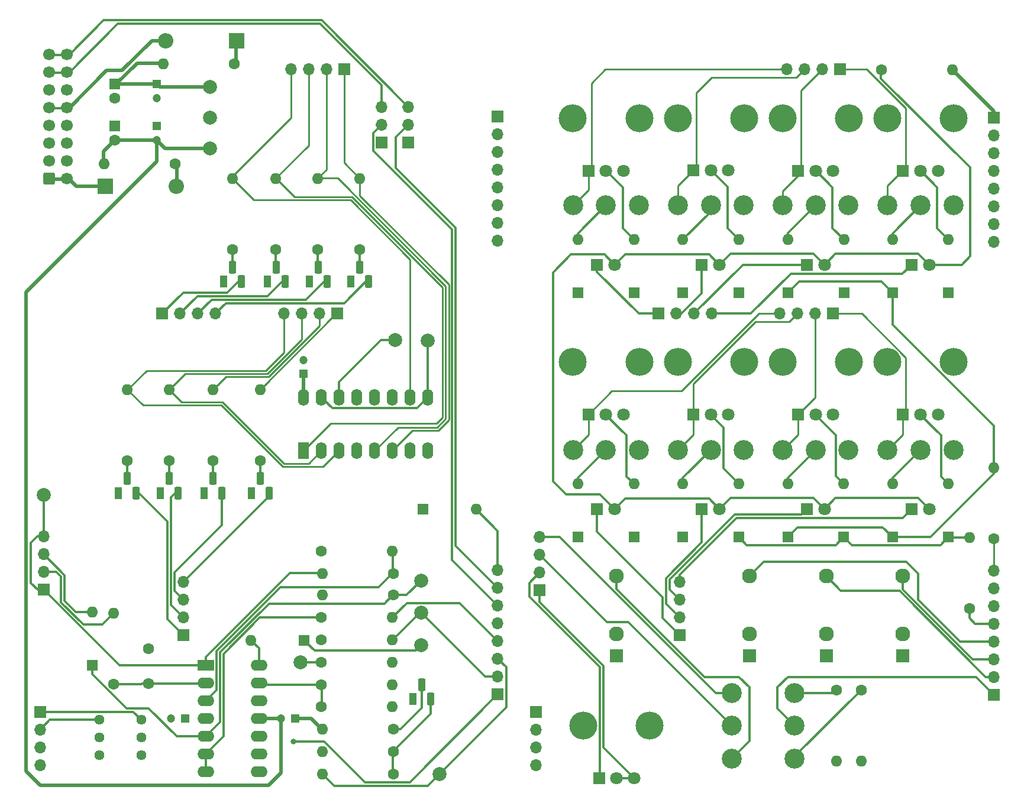
<source format=gtl>
G04 #@! TF.GenerationSoftware,KiCad,Pcbnew,8.0.2-1*
G04 #@! TF.CreationDate,2024-05-07T18:42:43+02:00*
G04 #@! TF.ProjectId,sensei,73656e73-6569-42e6-9b69-6361645f7063,rev?*
G04 #@! TF.SameCoordinates,Original*
G04 #@! TF.FileFunction,Copper,L1,Top*
G04 #@! TF.FilePolarity,Positive*
%FSLAX46Y46*%
G04 Gerber Fmt 4.6, Leading zero omitted, Abs format (unit mm)*
G04 Created by KiCad (PCBNEW 8.0.2-1) date 2024-05-07 18:42:43*
%MOMM*%
%LPD*%
G01*
G04 APERTURE LIST*
G04 Aperture macros list*
%AMRoundRect*
0 Rectangle with rounded corners*
0 $1 Rounding radius*
0 $2 $3 $4 $5 $6 $7 $8 $9 X,Y pos of 4 corners*
0 Add a 4 corners polygon primitive as box body*
4,1,4,$2,$3,$4,$5,$6,$7,$8,$9,$2,$3,0*
0 Add four circle primitives for the rounded corners*
1,1,$1+$1,$2,$3*
1,1,$1+$1,$4,$5*
1,1,$1+$1,$6,$7*
1,1,$1+$1,$8,$9*
0 Add four rect primitives between the rounded corners*
20,1,$1+$1,$2,$3,$4,$5,0*
20,1,$1+$1,$4,$5,$6,$7,0*
20,1,$1+$1,$6,$7,$8,$9,0*
20,1,$1+$1,$8,$9,$2,$3,0*%
G04 Aperture macros list end*
G04 #@! TA.AperFunction,ComponentPad*
%ADD10R,1.100000X1.800000*%
G04 #@! TD*
G04 #@! TA.AperFunction,ComponentPad*
%ADD11RoundRect,0.275000X-0.275000X-0.625000X0.275000X-0.625000X0.275000X0.625000X-0.275000X0.625000X0*%
G04 #@! TD*
G04 #@! TA.AperFunction,ComponentPad*
%ADD12R,1.700000X1.700000*%
G04 #@! TD*
G04 #@! TA.AperFunction,ComponentPad*
%ADD13O,1.700000X1.700000*%
G04 #@! TD*
G04 #@! TA.AperFunction,ComponentPad*
%ADD14R,1.800000X1.800000*%
G04 #@! TD*
G04 #@! TA.AperFunction,ComponentPad*
%ADD15C,1.800000*%
G04 #@! TD*
G04 #@! TA.AperFunction,ComponentPad*
%ADD16C,1.600000*%
G04 #@! TD*
G04 #@! TA.AperFunction,ComponentPad*
%ADD17O,1.600000X1.600000*%
G04 #@! TD*
G04 #@! TA.AperFunction,ComponentPad*
%ADD18R,1.930000X1.830000*%
G04 #@! TD*
G04 #@! TA.AperFunction,ComponentPad*
%ADD19C,2.130000*%
G04 #@! TD*
G04 #@! TA.AperFunction,ComponentPad*
%ADD20C,2.850000*%
G04 #@! TD*
G04 #@! TA.AperFunction,ComponentPad*
%ADD21O,4.000000X4.000000*%
G04 #@! TD*
G04 #@! TA.AperFunction,ComponentPad*
%ADD22R,2.200000X2.200000*%
G04 #@! TD*
G04 #@! TA.AperFunction,ComponentPad*
%ADD23O,2.200000X2.200000*%
G04 #@! TD*
G04 #@! TA.AperFunction,ComponentPad*
%ADD24R,1.600000X1.600000*%
G04 #@! TD*
G04 #@! TA.AperFunction,ComponentPad*
%ADD25C,2.000000*%
G04 #@! TD*
G04 #@! TA.AperFunction,ComponentPad*
%ADD26R,1.600000X2.400000*%
G04 #@! TD*
G04 #@! TA.AperFunction,ComponentPad*
%ADD27O,1.600000X2.400000*%
G04 #@! TD*
G04 #@! TA.AperFunction,ComponentPad*
%ADD28R,2.400000X1.600000*%
G04 #@! TD*
G04 #@! TA.AperFunction,ComponentPad*
%ADD29O,2.400000X1.600000*%
G04 #@! TD*
G04 #@! TA.AperFunction,ComponentPad*
%ADD30R,1.200000X1.200000*%
G04 #@! TD*
G04 #@! TA.AperFunction,ComponentPad*
%ADD31C,1.200000*%
G04 #@! TD*
G04 #@! TA.AperFunction,ComponentPad*
%ADD32C,1.440000*%
G04 #@! TD*
G04 #@! TA.AperFunction,ComponentPad*
%ADD33RoundRect,0.250000X-0.600000X-0.600000X0.600000X-0.600000X0.600000X0.600000X-0.600000X0.600000X0*%
G04 #@! TD*
G04 #@! TA.AperFunction,ComponentPad*
%ADD34C,1.700000*%
G04 #@! TD*
G04 #@! TA.AperFunction,ViaPad*
%ADD35C,0.800000*%
G04 #@! TD*
G04 #@! TA.AperFunction,Conductor*
%ADD36C,0.500000*%
G04 #@! TD*
G04 #@! TA.AperFunction,Conductor*
%ADD37C,0.300000*%
G04 #@! TD*
G04 #@! TA.AperFunction,Conductor*
%ADD38C,0.250000*%
G04 #@! TD*
G04 APERTURE END LIST*
D10*
X97000000Y-88400000D03*
D11*
X98270000Y-86330000D03*
X99540000Y-88400000D03*
D10*
X91000000Y-88400000D03*
D11*
X92270000Y-86330000D03*
X93540000Y-88400000D03*
D10*
X85000000Y-88400000D03*
D11*
X86270000Y-86330000D03*
X87540000Y-88400000D03*
D10*
X78730000Y-88400000D03*
D11*
X80000000Y-86330000D03*
X81270000Y-88400000D03*
D10*
X82730000Y-118670000D03*
D11*
X84000000Y-116600000D03*
X85270000Y-118670000D03*
D10*
X76000000Y-118670000D03*
D11*
X77270000Y-116600000D03*
X78540000Y-118670000D03*
D10*
X69730000Y-118670000D03*
D11*
X71000000Y-116600000D03*
X72270000Y-118670000D03*
D10*
X63730000Y-118670000D03*
D11*
X65000000Y-116600000D03*
X66270000Y-118670000D03*
D10*
X105860000Y-148200000D03*
D11*
X107130000Y-146130000D03*
X108400000Y-148200000D03*
D12*
X52500000Y-150000000D03*
D13*
X52500000Y-152540000D03*
X52500000Y-155080000D03*
X52500000Y-157620000D03*
D12*
X123500000Y-150000000D03*
D13*
X123500000Y-152540000D03*
X123500000Y-155080000D03*
X123500000Y-157620000D03*
D12*
X96000000Y-58000000D03*
D13*
X93460000Y-58000000D03*
X90920000Y-58000000D03*
X88380000Y-58000000D03*
D14*
X162210000Y-86000000D03*
D15*
X164750000Y-86000000D03*
D16*
X77250000Y-114030000D03*
D17*
X77250000Y-103870000D03*
D14*
X132210000Y-86000000D03*
D15*
X134750000Y-86000000D03*
D18*
X154000000Y-142000000D03*
D19*
X154000000Y-130600000D03*
X154000000Y-138900000D03*
D16*
X103030000Y-152500000D03*
D17*
X92870000Y-152500000D03*
D20*
X173800000Y-112500000D03*
X178500000Y-112500000D03*
X183200000Y-112500000D03*
D21*
X173750000Y-65025000D03*
X183250000Y-65025000D03*
D14*
X176000000Y-72525000D03*
D15*
X178500000Y-72525000D03*
X181000000Y-72525000D03*
D22*
X80610000Y-53940000D03*
D23*
X70450000Y-53940000D03*
D16*
X103030000Y-158900000D03*
D17*
X92870000Y-158900000D03*
D24*
X152500000Y-125000000D03*
D17*
X152500000Y-117380000D03*
D25*
X76800000Y-69340000D03*
D21*
X173750000Y-99925000D03*
X183250000Y-99925000D03*
D14*
X176000000Y-107425000D03*
D15*
X178500000Y-107425000D03*
X181000000Y-107425000D03*
D20*
X128800000Y-77500000D03*
X133500000Y-77500000D03*
X138200000Y-77500000D03*
D21*
X158750000Y-65025000D03*
X168250000Y-65025000D03*
D14*
X161000000Y-72525000D03*
D15*
X163500000Y-72525000D03*
X166000000Y-72525000D03*
D24*
X60000000Y-143310000D03*
D17*
X60000000Y-135690000D03*
D18*
X135000000Y-142000000D03*
D19*
X135000000Y-130600000D03*
X135000000Y-138900000D03*
D25*
X76800000Y-64940000D03*
D14*
X162210000Y-121000000D03*
D15*
X164750000Y-121000000D03*
D16*
X92770000Y-127000000D03*
D17*
X102930000Y-127000000D03*
D25*
X107000000Y-135800000D03*
D20*
X151500000Y-156700000D03*
X151500000Y-152000000D03*
X151500000Y-147300000D03*
D16*
X71000000Y-114030000D03*
D17*
X71000000Y-103870000D03*
D18*
X176000000Y-142000000D03*
D19*
X176000000Y-130600000D03*
X176000000Y-138900000D03*
D24*
X129500000Y-125000000D03*
D17*
X129500000Y-117380000D03*
D21*
X130250000Y-152000000D03*
X139750000Y-152000000D03*
D14*
X132500000Y-159500000D03*
D15*
X135000000Y-159500000D03*
X137500000Y-159500000D03*
D14*
X177210000Y-121000000D03*
D15*
X179750000Y-121000000D03*
D24*
X174500000Y-90000000D03*
D17*
X174500000Y-82380000D03*
D12*
X73000000Y-139000000D03*
D13*
X73000000Y-136460000D03*
X73000000Y-133920000D03*
X73000000Y-131380000D03*
D20*
X158800000Y-112500000D03*
X163500000Y-112500000D03*
X168200000Y-112500000D03*
D24*
X137500000Y-90000000D03*
D17*
X137500000Y-82380000D03*
D16*
X103030000Y-155700000D03*
D17*
X92870000Y-155700000D03*
D14*
X147210000Y-121000000D03*
D15*
X149750000Y-121000000D03*
D24*
X182500000Y-125000000D03*
D17*
X182500000Y-117380000D03*
D16*
X98250000Y-83830000D03*
D17*
X98250000Y-73670000D03*
D14*
X132210000Y-121000000D03*
D15*
X134750000Y-121000000D03*
D24*
X159540000Y-90000000D03*
D17*
X159540000Y-82380000D03*
D20*
X143800000Y-112500000D03*
X148500000Y-112500000D03*
X153200000Y-112500000D03*
D16*
X185500000Y-135230000D03*
D17*
X185500000Y-125070000D03*
D22*
X61850000Y-74740000D03*
D23*
X72010000Y-74740000D03*
D24*
X90310000Y-139750000D03*
D17*
X82690000Y-139750000D03*
D21*
X158750000Y-99925000D03*
X168250000Y-99925000D03*
D14*
X161000000Y-107425000D03*
D15*
X163500000Y-107425000D03*
X166000000Y-107425000D03*
D24*
X137500000Y-125000000D03*
D17*
X137500000Y-117380000D03*
D25*
X107000000Y-140500000D03*
D12*
X95000000Y-93000000D03*
D13*
X92460000Y-93000000D03*
X89920000Y-93000000D03*
X87380000Y-93000000D03*
D24*
X174500000Y-125000000D03*
D17*
X174500000Y-117380000D03*
D16*
X189000000Y-125210000D03*
D17*
X189000000Y-115050000D03*
D25*
X53000000Y-119000000D03*
D24*
X159500000Y-125000000D03*
D17*
X159500000Y-117380000D03*
D16*
X103030000Y-130200000D03*
D17*
X92870000Y-130200000D03*
D14*
X147210000Y-86000000D03*
D15*
X149750000Y-86000000D03*
D24*
X152500000Y-90000000D03*
D17*
X152500000Y-82380000D03*
D16*
X80000000Y-83830000D03*
D17*
X80000000Y-73670000D03*
D24*
X144500000Y-125000000D03*
D17*
X144500000Y-117380000D03*
D25*
X76800000Y-60540000D03*
D24*
X167525000Y-125000000D03*
D17*
X167525000Y-117380000D03*
D16*
X166500000Y-146890000D03*
D17*
X166500000Y-157050000D03*
D12*
X70000000Y-93000000D03*
D13*
X72540000Y-93000000D03*
X75080000Y-93000000D03*
X77620000Y-93000000D03*
D16*
X92770000Y-139700000D03*
D17*
X102930000Y-139700000D03*
D25*
X107000000Y-131200000D03*
D20*
X143800000Y-77500000D03*
X148500000Y-77500000D03*
X153200000Y-77500000D03*
D24*
X107280000Y-121000000D03*
D17*
X114900000Y-121000000D03*
D16*
X84000000Y-114030000D03*
D17*
X84000000Y-103870000D03*
D16*
X92770000Y-149300000D03*
D17*
X102930000Y-149300000D03*
D16*
X71790000Y-71540000D03*
D17*
X61630000Y-71540000D03*
D25*
X109700000Y-158900000D03*
D16*
X63050000Y-146030000D03*
D17*
X63050000Y-135870000D03*
D24*
X129500000Y-90000000D03*
D17*
X129500000Y-82380000D03*
D24*
X167540000Y-90000000D03*
D17*
X167540000Y-82380000D03*
D25*
X103300000Y-96800000D03*
D24*
X182500000Y-90000000D03*
D17*
X182500000Y-82380000D03*
D16*
X80290000Y-57200000D03*
D17*
X70130000Y-57200000D03*
D16*
X92770000Y-142900000D03*
D17*
X102930000Y-142900000D03*
D21*
X143750000Y-65000000D03*
X153250000Y-65000000D03*
D14*
X146000000Y-72500000D03*
D15*
X148500000Y-72500000D03*
X151000000Y-72500000D03*
D26*
X90220000Y-112620000D03*
D27*
X92760000Y-112620000D03*
X95300000Y-112620000D03*
X97840000Y-112620000D03*
X100380000Y-112620000D03*
X102920000Y-112620000D03*
X105460000Y-112620000D03*
X108000000Y-112620000D03*
X108000000Y-105000000D03*
X105460000Y-105000000D03*
X102920000Y-105000000D03*
X100380000Y-105000000D03*
X97840000Y-105000000D03*
X95300000Y-105000000D03*
X92760000Y-105000000D03*
X90220000Y-105000000D03*
D16*
X103030000Y-133300000D03*
D17*
X92870000Y-133300000D03*
D21*
X143750000Y-99925000D03*
X153250000Y-99925000D03*
D14*
X146000000Y-107425000D03*
D15*
X148500000Y-107425000D03*
X151000000Y-107425000D03*
D12*
X118000000Y-147500000D03*
D13*
X118000000Y-144960000D03*
X118000000Y-142420000D03*
X118000000Y-139880000D03*
X118000000Y-137340000D03*
X118000000Y-134800000D03*
X118000000Y-132260000D03*
X118000000Y-129720000D03*
D20*
X160500000Y-156700000D03*
X160500000Y-152000000D03*
X160500000Y-147300000D03*
D14*
X177210000Y-86000000D03*
D15*
X179750000Y-86000000D03*
D20*
X173800000Y-77500000D03*
X178500000Y-77500000D03*
X183200000Y-77500000D03*
D16*
X92770000Y-136500000D03*
D17*
X102930000Y-136500000D03*
D25*
X89800000Y-142900000D03*
D21*
X128750000Y-99925000D03*
X138250000Y-99925000D03*
D14*
X131000000Y-107425000D03*
D15*
X133500000Y-107425000D03*
X136000000Y-107425000D03*
D16*
X170000000Y-146890000D03*
D17*
X170000000Y-157050000D03*
D16*
X86200000Y-83830000D03*
D17*
X86200000Y-73670000D03*
D16*
X65000000Y-114030000D03*
D17*
X65000000Y-103870000D03*
D20*
X158800000Y-77500000D03*
X163500000Y-77500000D03*
X168200000Y-77500000D03*
D12*
X118000000Y-64800000D03*
D13*
X118000000Y-67340000D03*
X118000000Y-69880000D03*
X118000000Y-72420000D03*
X118000000Y-74960000D03*
X118000000Y-77500000D03*
X118000000Y-80040000D03*
X118000000Y-82580000D03*
D24*
X144500000Y-90000000D03*
D17*
X144500000Y-82380000D03*
D16*
X172890000Y-58100000D03*
D17*
X183050000Y-58100000D03*
D16*
X92250000Y-83830000D03*
D17*
X92250000Y-73670000D03*
D21*
X128750000Y-65025000D03*
X138250000Y-65025000D03*
D14*
X131000000Y-72525000D03*
D15*
X133500000Y-72525000D03*
X136000000Y-72525000D03*
D20*
X128800000Y-112500000D03*
X133500000Y-112500000D03*
X138200000Y-112500000D03*
D12*
X53000000Y-132540000D03*
D13*
X53000000Y-130000000D03*
X53000000Y-127460000D03*
X53000000Y-124920000D03*
D16*
X92770000Y-146100000D03*
D17*
X102930000Y-146100000D03*
D18*
X165000000Y-142000000D03*
D19*
X165000000Y-130600000D03*
X165000000Y-138900000D03*
D25*
X108000000Y-96900000D03*
D28*
X76200000Y-143375000D03*
D29*
X76200000Y-145915000D03*
X76200000Y-148455000D03*
X76200000Y-150995000D03*
X76200000Y-153535000D03*
X76200000Y-156075000D03*
X76200000Y-158615000D03*
X83820000Y-158615000D03*
X83820000Y-156075000D03*
X83820000Y-153535000D03*
X83820000Y-150995000D03*
X83820000Y-148455000D03*
X83820000Y-145915000D03*
X83820000Y-143375000D03*
D16*
X68000000Y-140955000D03*
X68000000Y-145955000D03*
D12*
X166000000Y-93000000D03*
D13*
X163460000Y-93000000D03*
X160920000Y-93000000D03*
X158380000Y-93000000D03*
D12*
X124000000Y-132620000D03*
D13*
X124000000Y-130080000D03*
X124000000Y-127540000D03*
X124000000Y-125000000D03*
D12*
X144000000Y-139000000D03*
D13*
X144000000Y-136460000D03*
X144000000Y-133920000D03*
X144000000Y-131380000D03*
D30*
X90220000Y-101620000D03*
D31*
X90220000Y-99620000D03*
D30*
X88972600Y-151000000D03*
D31*
X86972600Y-151000000D03*
D12*
X167000000Y-58000000D03*
D13*
X164460000Y-58000000D03*
X161920000Y-58000000D03*
X159380000Y-58000000D03*
D12*
X141000000Y-93000000D03*
D13*
X143540000Y-93000000D03*
X146080000Y-93000000D03*
X148620000Y-93000000D03*
D32*
X67000000Y-151160000D03*
X67000000Y-153700000D03*
X67000000Y-156240000D03*
D12*
X189000000Y-64920000D03*
D13*
X189000000Y-67460000D03*
X189000000Y-70000000D03*
X189000000Y-72540000D03*
X189000000Y-75080000D03*
X189000000Y-77620000D03*
X189000000Y-80160000D03*
X189000000Y-82700000D03*
D12*
X105200000Y-68480000D03*
D13*
X105200000Y-65940000D03*
X105200000Y-63400000D03*
D12*
X189000000Y-147540000D03*
D13*
X189000000Y-145000000D03*
X189000000Y-142460000D03*
X189000000Y-139920000D03*
X189000000Y-137380000D03*
X189000000Y-134840000D03*
X189000000Y-132300000D03*
X189000000Y-129760000D03*
D33*
X53800000Y-73680000D03*
D34*
X56340000Y-73680000D03*
X53800000Y-71140000D03*
X56340000Y-71140000D03*
X53800000Y-68600000D03*
X56340000Y-68600000D03*
X53800000Y-66060000D03*
X56340000Y-66060000D03*
X53800000Y-63520000D03*
X56340000Y-63520000D03*
X53800000Y-60980000D03*
X56340000Y-60980000D03*
X53800000Y-58440000D03*
X56340000Y-58440000D03*
X53800000Y-55900000D03*
X56340000Y-55900000D03*
D32*
X61000000Y-151160000D03*
X61000000Y-153700000D03*
X61000000Y-156240000D03*
D30*
X73250000Y-151000000D03*
D31*
X71250000Y-151000000D03*
D12*
X101400000Y-68460000D03*
D13*
X101400000Y-65920000D03*
X101400000Y-63380000D03*
D24*
X63200000Y-60140000D03*
D16*
X63200000Y-62140000D03*
D24*
X63200000Y-66140000D03*
D16*
X63200000Y-68140000D03*
D30*
X69200000Y-66140000D03*
D31*
X69200000Y-68140000D03*
D30*
X69200000Y-60140000D03*
D31*
X69200000Y-62140000D03*
D35*
X88750000Y-154250000D03*
D36*
X91320000Y-151000000D02*
X92820000Y-152500000D01*
X88972600Y-151000000D02*
X91320000Y-151000000D01*
D37*
X68000000Y-145955000D02*
X76160000Y-145955000D01*
X67045000Y-145955000D02*
X66970000Y-146030000D01*
X66970000Y-146030000D02*
X63050000Y-146030000D01*
X68000000Y-145955000D02*
X67045000Y-145955000D01*
X76160000Y-145955000D02*
X76200000Y-145915000D01*
D36*
X66360000Y-57140000D02*
X63360000Y-60140000D01*
X69600000Y-60540000D02*
X69200000Y-60140000D01*
X70100000Y-57140000D02*
X66360000Y-57140000D01*
X69200000Y-60140000D02*
X63200000Y-60140000D01*
X189000000Y-64000000D02*
X183000000Y-58000000D01*
X63360000Y-60140000D02*
X63200000Y-60140000D01*
X189000000Y-64920000D02*
X189000000Y-64000000D01*
X76800000Y-60540000D02*
X69600000Y-60540000D01*
X90220000Y-105000000D02*
X90220000Y-101620000D01*
X69200000Y-71200000D02*
X69200000Y-68140000D01*
X61600000Y-69740000D02*
X63200000Y-68140000D01*
X61600000Y-71540000D02*
X61600000Y-69740000D01*
X76800000Y-69340000D02*
X70400000Y-69340000D01*
X63200000Y-68140000D02*
X69200000Y-68140000D01*
X70400000Y-69340000D02*
X69200000Y-68140000D01*
X86972600Y-151000000D02*
X86972600Y-158717400D01*
X52500000Y-160500000D02*
X50500000Y-158500000D01*
X50500000Y-158500000D02*
X50500000Y-89900000D01*
X86972600Y-158717400D02*
X85190000Y-160500000D01*
X50500000Y-89900000D02*
X69200000Y-71200000D01*
X83825000Y-151000000D02*
X83820000Y-150995000D01*
X85190000Y-160500000D02*
X52500000Y-160500000D01*
X86972600Y-151000000D02*
X83825000Y-151000000D01*
D37*
X160500000Y-156390000D02*
X160500000Y-156700000D01*
X170000000Y-146890000D02*
X160500000Y-156390000D01*
X160500000Y-152000000D02*
X158000000Y-149500000D01*
X158000000Y-146500000D02*
X159500000Y-145000000D01*
X158000000Y-149500000D02*
X158000000Y-146500000D01*
X186460000Y-145000000D02*
X189000000Y-147540000D01*
X159500000Y-145000000D02*
X186460000Y-145000000D01*
X160500000Y-147300000D02*
X166090000Y-147300000D01*
X166090000Y-147300000D02*
X166500000Y-146890000D01*
X102960000Y-133300000D02*
X104900000Y-133300000D01*
X64893654Y-149500000D02*
X68000000Y-149500000D01*
X85250000Y-134500000D02*
X101760000Y-134500000D01*
X72035000Y-153535000D02*
X76200000Y-153535000D01*
X76200000Y-153535000D02*
X78250000Y-151485000D01*
X78250000Y-151485000D02*
X78250000Y-141500000D01*
X60000000Y-144606346D02*
X64893654Y-149500000D01*
X68000000Y-149500000D02*
X72035000Y-153535000D01*
X60000000Y-143310000D02*
X60000000Y-144606346D01*
X104900000Y-133300000D02*
X107000000Y-131200000D01*
X78250000Y-141500000D02*
X85250000Y-134500000D01*
X101760000Y-134500000D02*
X102960000Y-133300000D01*
X56000000Y-130460000D02*
X53000000Y-127460000D01*
X57564212Y-135690000D02*
X56000000Y-134125788D01*
X60000000Y-135690000D02*
X57564212Y-135690000D01*
X56000000Y-134125788D02*
X56000000Y-130460000D01*
X78750000Y-153525000D02*
X76200000Y-156075000D01*
X83957106Y-136500000D02*
X78750000Y-141707106D01*
X92800000Y-136500000D02*
X83957106Y-136500000D01*
X101300000Y-96800000D02*
X103300000Y-96800000D01*
X95300000Y-105000000D02*
X95300000Y-102800000D01*
X95300000Y-102800000D02*
X101300000Y-96800000D01*
X78750000Y-141707106D02*
X78750000Y-153525000D01*
X76200000Y-158615000D02*
X76200000Y-156075000D01*
X92800000Y-142900000D02*
X89800000Y-142900000D01*
X118000000Y-124100000D02*
X114900000Y-121000000D01*
X118000000Y-129720000D02*
X118000000Y-124100000D01*
D36*
X80560000Y-56840000D02*
X80260000Y-57140000D01*
X80560000Y-53940000D02*
X80560000Y-56840000D01*
X64240000Y-58200000D02*
X68500000Y-53940000D01*
X56640000Y-63560000D02*
X62000000Y-58200000D01*
X68500000Y-53940000D02*
X70400000Y-53940000D01*
X62000000Y-58200000D02*
X64240000Y-58200000D01*
D37*
X56640000Y-63560000D02*
X54100000Y-63560000D01*
D36*
X56640000Y-73720000D02*
X54100000Y-73720000D01*
X57660000Y-74740000D02*
X56640000Y-73720000D01*
X61900000Y-74740000D02*
X57660000Y-74740000D01*
X72060000Y-74740000D02*
X72060000Y-71840000D01*
X72060000Y-71840000D02*
X71760000Y-71540000D01*
D37*
X102980000Y-152500000D02*
X104111370Y-152500000D01*
X107130000Y-149481370D02*
X107130000Y-146530000D01*
X104111370Y-152500000D02*
X107130000Y-149481370D01*
X107000000Y-146400000D02*
X107130000Y-146530000D01*
X91810000Y-141250000D02*
X106250000Y-141250000D01*
X90310000Y-139750000D02*
X91810000Y-141250000D01*
X106250000Y-141250000D02*
X107000000Y-140500000D01*
X83820000Y-140880000D02*
X82690000Y-139750000D01*
X83820000Y-143375000D02*
X83820000Y-140880000D01*
X185500000Y-125020000D02*
X182520000Y-125020000D01*
X153650000Y-126150000D02*
X152500000Y-125000000D01*
X181350000Y-126150000D02*
X168675000Y-126150000D01*
X168675000Y-126150000D02*
X167525000Y-125000000D01*
X182500000Y-125000000D02*
X181350000Y-126150000D01*
X167525000Y-125000000D02*
X166375000Y-126150000D01*
X166375000Y-126150000D02*
X153650000Y-126150000D01*
X182520000Y-125020000D02*
X182500000Y-125000000D01*
X135900000Y-74900000D02*
X133500000Y-72500000D01*
X135900000Y-80780000D02*
X135900000Y-74900000D01*
X137500000Y-82380000D02*
X135900000Y-80780000D01*
X150900000Y-74875000D02*
X148500000Y-72475000D01*
X152500000Y-82380000D02*
X150900000Y-80780000D01*
X150900000Y-80780000D02*
X150900000Y-74875000D01*
X165900000Y-80740000D02*
X165900000Y-74900000D01*
X165900000Y-74900000D02*
X163500000Y-72500000D01*
X167540000Y-82380000D02*
X165900000Y-80740000D01*
X180900000Y-74900000D02*
X178500000Y-72500000D01*
X180900000Y-80780000D02*
X180900000Y-74900000D01*
X182500000Y-82380000D02*
X180900000Y-80780000D01*
X133500000Y-107500000D02*
X136425000Y-110425000D01*
X136425000Y-110425000D02*
X136425000Y-116305000D01*
X136425000Y-116305000D02*
X137500000Y-117380000D01*
X148500000Y-107500000D02*
X150275000Y-109275000D01*
X150275000Y-115155000D02*
X152500000Y-117380000D01*
X150275000Y-109275000D02*
X150275000Y-115155000D01*
X166425000Y-116280000D02*
X167525000Y-117380000D01*
X166425000Y-110425000D02*
X166425000Y-116280000D01*
X163500000Y-107500000D02*
X166425000Y-110425000D01*
X178500000Y-107500000D02*
X181425000Y-110425000D01*
X181425000Y-116305000D02*
X182500000Y-117380000D01*
X181425000Y-110425000D02*
X181425000Y-116305000D01*
X132210000Y-87010000D02*
X132210000Y-86000000D01*
X138200000Y-93000000D02*
X132210000Y-87010000D01*
X141000000Y-93000000D02*
X138200000Y-93000000D01*
X136250000Y-84500000D02*
X134750000Y-86000000D01*
X166350000Y-119400000D02*
X178150000Y-119400000D01*
X151350000Y-84400000D02*
X163150000Y-84400000D01*
X163150000Y-84400000D02*
X164750000Y-86000000D01*
X125900000Y-117000000D02*
X125900000Y-87100000D01*
X134750000Y-121000000D02*
X132650000Y-118900000D01*
X149750000Y-121000000D02*
X151350000Y-119400000D01*
X164750000Y-86000000D02*
X166350000Y-84400000D01*
X149750000Y-86000000D02*
X148250000Y-84500000D01*
X185600000Y-84800000D02*
X185600000Y-72100000D01*
X132650000Y-118900000D02*
X127800000Y-118900000D01*
X128500000Y-84500000D02*
X133250000Y-84500000D01*
X178150000Y-84400000D02*
X179750000Y-86000000D01*
X163150000Y-119400000D02*
X164750000Y-121000000D01*
X178150000Y-119400000D02*
X179750000Y-121000000D01*
X185600000Y-72100000D02*
X172840000Y-59340000D01*
X133250000Y-84500000D02*
X134750000Y-86000000D01*
X179750000Y-86000000D02*
X184400000Y-86000000D01*
X125900000Y-87100000D02*
X128500000Y-84500000D01*
X148250000Y-119500000D02*
X149750000Y-121000000D01*
X166350000Y-84400000D02*
X178150000Y-84400000D01*
X172840000Y-59340000D02*
X172840000Y-58000000D01*
X134750000Y-121000000D02*
X136250000Y-119500000D01*
X164750000Y-121000000D02*
X166350000Y-119400000D01*
X136250000Y-119500000D02*
X148250000Y-119500000D01*
X149750000Y-86000000D02*
X151350000Y-84400000D01*
X148250000Y-84500000D02*
X136250000Y-84500000D01*
X184400000Y-86000000D02*
X185600000Y-84800000D01*
X151350000Y-119400000D02*
X163150000Y-119400000D01*
X127800000Y-118900000D02*
X125900000Y-117000000D01*
X143540000Y-93000000D02*
X144300000Y-93000000D01*
X147210000Y-90090000D02*
X147210000Y-86000000D01*
X144300000Y-93000000D02*
X147210000Y-90090000D01*
X146080000Y-93000000D02*
X153080000Y-86000000D01*
X153080000Y-86000000D02*
X162210000Y-86000000D01*
X148620000Y-93000000D02*
X154240000Y-93000000D01*
X175910000Y-87300000D02*
X177210000Y-86000000D01*
X159940000Y-87300000D02*
X175910000Y-87300000D01*
X154240000Y-93000000D02*
X159940000Y-87300000D01*
X141600000Y-133600000D02*
X132210000Y-124210000D01*
X141600000Y-136600000D02*
X141600000Y-133600000D01*
X132210000Y-124210000D02*
X132210000Y-121000000D01*
X144000000Y-139000000D02*
X141600000Y-136600000D01*
X142100000Y-134560000D02*
X142100000Y-130875837D01*
X147210000Y-125765837D02*
X147210000Y-121000000D01*
X142100000Y-130875837D02*
X147210000Y-125765837D01*
X144000000Y-136460000D02*
X142100000Y-134560000D01*
X142600000Y-131082943D02*
X151932943Y-121750000D01*
X151932943Y-121750000D02*
X161460000Y-121750000D01*
X144000000Y-133920000D02*
X142600000Y-132520000D01*
X161460000Y-121750000D02*
X162210000Y-121000000D01*
X142600000Y-132520000D02*
X142600000Y-131082943D01*
X144000000Y-131380000D02*
X144000000Y-130390049D01*
X144000000Y-130390049D02*
X152140049Y-122250000D01*
X175960000Y-122250000D02*
X177210000Y-121000000D01*
X152140049Y-122250000D02*
X175960000Y-122250000D01*
X189000000Y-115900000D02*
X189000000Y-115000000D01*
X174500000Y-90000000D02*
X172900000Y-88400000D01*
X173100000Y-123600000D02*
X174500000Y-125000000D01*
X174500000Y-125000000D02*
X179900000Y-125000000D01*
X161140000Y-88400000D02*
X159540000Y-90000000D01*
X189000000Y-109073402D02*
X174500000Y-94573402D01*
X174500000Y-94573402D02*
X174500000Y-90000000D01*
X159500000Y-125000000D02*
X160900000Y-123600000D01*
X160900000Y-123600000D02*
X173100000Y-123600000D01*
X172900000Y-88400000D02*
X161140000Y-88400000D01*
X189000000Y-115000000D02*
X189000000Y-109073402D01*
X179900000Y-125000000D02*
X189000000Y-115900000D01*
X133500000Y-77500000D02*
X129500000Y-81500000D01*
X129500000Y-81500000D02*
X129500000Y-82380000D01*
X148500000Y-78380000D02*
X148500000Y-77500000D01*
X144500000Y-82380000D02*
X148500000Y-78380000D01*
X159540000Y-81460000D02*
X159540000Y-82380000D01*
X163500000Y-77500000D02*
X159540000Y-81460000D01*
X174500000Y-81500000D02*
X174500000Y-82380000D01*
X178500000Y-77500000D02*
X174500000Y-81500000D01*
X129500000Y-116500000D02*
X129500000Y-117380000D01*
X133500000Y-112500000D02*
X129500000Y-116500000D01*
X144500000Y-116500000D02*
X144500000Y-117380000D01*
X148500000Y-112500000D02*
X144500000Y-116500000D01*
X159500000Y-116500000D02*
X159500000Y-117380000D01*
X163500000Y-112500000D02*
X159500000Y-116500000D01*
X178500000Y-112500000D02*
X174500000Y-116500000D01*
X174500000Y-116500000D02*
X174500000Y-117380000D01*
D38*
X189000000Y-125160000D02*
X189000000Y-129760000D01*
X94870000Y-93000000D02*
X84000000Y-103870000D01*
X95000000Y-93000000D02*
X94870000Y-93000000D01*
X92460000Y-94773604D02*
X85183604Y-102050000D01*
X85183604Y-102050000D02*
X79070000Y-102050000D01*
X92460000Y-93000000D02*
X92460000Y-94773604D01*
X79070000Y-102050000D02*
X77250000Y-103870000D01*
X73270000Y-101600000D02*
X71000000Y-103870000D01*
X78586396Y-105650000D02*
X72780000Y-105650000D01*
X72780000Y-105650000D02*
X71000000Y-103870000D01*
X89920000Y-96677208D02*
X84997208Y-101600000D01*
X92760000Y-112620000D02*
X90930000Y-114450000D01*
X90930000Y-114450000D02*
X87386396Y-114450000D01*
X89920000Y-93000000D02*
X89920000Y-96677208D01*
X84997208Y-101600000D02*
X73270000Y-101600000D01*
X87386396Y-114450000D02*
X78586396Y-105650000D01*
X84810812Y-101150000D02*
X67720000Y-101150000D01*
X95300000Y-112620000D02*
X93020000Y-114900000D01*
X67720000Y-101150000D02*
X65000000Y-103870000D01*
X67230000Y-106100000D02*
X65000000Y-103870000D01*
X78400000Y-106100000D02*
X67230000Y-106100000D01*
X87200000Y-114900000D02*
X78400000Y-106100000D01*
X93020000Y-114900000D02*
X87200000Y-114900000D01*
X87380000Y-93000000D02*
X87380000Y-98580812D01*
X87380000Y-98580812D02*
X84810812Y-101150000D01*
X105790000Y-109750000D02*
X102920000Y-112620000D01*
X109500000Y-109750000D02*
X105790000Y-109750000D01*
X98250000Y-73670000D02*
X98250000Y-76113604D01*
X111000000Y-88863604D02*
X111000000Y-108250000D01*
X96000000Y-71420000D02*
X98250000Y-73670000D01*
X96000000Y-58000000D02*
X96000000Y-71420000D01*
X111000000Y-108250000D02*
X109500000Y-109750000D01*
X98250000Y-76113604D02*
X111000000Y-88863604D01*
X110550000Y-108063604D02*
X109313604Y-109300000D01*
X95090000Y-73590000D02*
X110550000Y-89050000D01*
X103700000Y-109300000D02*
X100380000Y-112620000D01*
X93460000Y-72380000D02*
X92250000Y-73590000D01*
X92250000Y-73590000D02*
X95090000Y-73590000D01*
X93460000Y-58000000D02*
X93460000Y-72380000D01*
X109313604Y-109300000D02*
X103700000Y-109300000D01*
X110550000Y-89050000D02*
X110550000Y-108063604D01*
X90920000Y-58000000D02*
X90920000Y-68920000D01*
X90920000Y-68920000D02*
X86250000Y-73590000D01*
X97113604Y-76250000D02*
X88910000Y-76250000D01*
X97113604Y-76250000D02*
X110100000Y-89236396D01*
X110100000Y-89236396D02*
X110100000Y-107877208D01*
X109227208Y-108750000D02*
X94090000Y-108750000D01*
X86250000Y-73590000D02*
X88910000Y-76250000D01*
X110100000Y-107877208D02*
X109227208Y-108750000D01*
X94090000Y-108750000D02*
X90220000Y-112620000D01*
X96927208Y-76700000D02*
X105460000Y-85232792D01*
X88380000Y-58000000D02*
X88380000Y-64960000D01*
X80000000Y-73340000D02*
X80000000Y-73640000D01*
X105460000Y-85232792D02*
X105460000Y-105000000D01*
X80000000Y-73640000D02*
X83060000Y-76700000D01*
X83060000Y-76700000D02*
X96927208Y-76700000D01*
X88380000Y-64960000D02*
X80000000Y-73340000D01*
X173800000Y-77500000D02*
X173800000Y-74700000D01*
X176400000Y-63600000D02*
X176400000Y-72100000D01*
X176400000Y-72100000D02*
X176000000Y-72500000D01*
X173800000Y-74700000D02*
X176000000Y-72500000D01*
X167000000Y-58000000D02*
X170800000Y-58000000D01*
X170800000Y-58000000D02*
X176400000Y-63600000D01*
X164460000Y-58000000D02*
X161400000Y-61060000D01*
X161000000Y-73267588D02*
X161000000Y-72500000D01*
X161400000Y-61060000D02*
X161400000Y-72100000D01*
X158800000Y-77500000D02*
X158800000Y-75467588D01*
X161400000Y-72100000D02*
X161000000Y-72500000D01*
X158800000Y-75467588D02*
X161000000Y-73267588D01*
X148625000Y-59175000D02*
X146400000Y-61400000D01*
X143800000Y-77500000D02*
X143800000Y-74675000D01*
X146400000Y-72075000D02*
X146000000Y-72475000D01*
X146400000Y-61400000D02*
X146400000Y-72075000D01*
X161920000Y-58000000D02*
X160745000Y-59175000D01*
X143800000Y-74675000D02*
X146000000Y-72475000D01*
X160745000Y-59175000D02*
X148625000Y-59175000D01*
X131400000Y-72100000D02*
X131000000Y-72500000D01*
X128800000Y-77500000D02*
X131000000Y-75300000D01*
X133400000Y-58000000D02*
X131400000Y-60000000D01*
X159380000Y-58000000D02*
X133400000Y-58000000D01*
X131400000Y-60000000D02*
X131400000Y-72100000D01*
X131000000Y-75300000D02*
X131000000Y-72500000D01*
X176400000Y-107025000D02*
X176000000Y-107425000D01*
X170113047Y-93000000D02*
X176400000Y-99286953D01*
X176000000Y-107425000D02*
X176000000Y-110300000D01*
X176400000Y-99286953D02*
X176400000Y-107025000D01*
X176000000Y-110300000D02*
X173800000Y-112500000D01*
X166000000Y-93000000D02*
X170113047Y-93000000D01*
X161000000Y-110300000D02*
X158800000Y-112500000D01*
X161000000Y-107425000D02*
X161000000Y-110300000D01*
X163460000Y-93000000D02*
X163460000Y-104965000D01*
X163460000Y-104965000D02*
X161000000Y-107425000D01*
X154861396Y-94175000D02*
X146000000Y-103036396D01*
X146000000Y-110300000D02*
X143800000Y-112500000D01*
X146000000Y-107425000D02*
X146000000Y-110300000D01*
X160920000Y-93000000D02*
X159745000Y-94175000D01*
X146000000Y-103036396D02*
X146000000Y-107425000D01*
X159745000Y-94175000D02*
X154861396Y-94175000D01*
X144300000Y-104100000D02*
X134325000Y-104100000D01*
X155400000Y-93000000D02*
X144300000Y-104100000D01*
X158380000Y-93000000D02*
X155400000Y-93000000D01*
X131000000Y-110300000D02*
X128800000Y-112500000D01*
X134325000Y-104100000D02*
X131000000Y-107425000D01*
X131000000Y-107425000D02*
X131000000Y-110300000D01*
D37*
X152500000Y-145000000D02*
X154000000Y-146500000D01*
X154000000Y-146500000D02*
X154000000Y-154200000D01*
X147600000Y-145000000D02*
X152500000Y-145000000D01*
X135000000Y-132400000D02*
X147600000Y-145000000D01*
X135000000Y-130600000D02*
X135000000Y-132400000D01*
X154000000Y-154200000D02*
X151500000Y-156700000D01*
X102980000Y-155700000D02*
X102980000Y-158880000D01*
X108400000Y-147800000D02*
X108400000Y-150280000D01*
X108400000Y-150280000D02*
X102980000Y-155700000D01*
X102980000Y-158880000D02*
X103000000Y-158900000D01*
X65000000Y-114000000D02*
X65000000Y-117000000D01*
X71000000Y-114000000D02*
X71000000Y-117000000D01*
X77250000Y-114000000D02*
X77250000Y-116980000D01*
X77250000Y-116980000D02*
X77270000Y-117000000D01*
X84000000Y-114000000D02*
X84000000Y-117000000D01*
X80000000Y-83800000D02*
X80000000Y-86730000D01*
X86250000Y-83750000D02*
X86250000Y-86710000D01*
X86250000Y-86710000D02*
X86270000Y-86730000D01*
X92250000Y-83750000D02*
X92250000Y-86710000D01*
X92250000Y-86710000D02*
X92270000Y-86730000D01*
X98250000Y-86710000D02*
X98270000Y-86730000D01*
X98250000Y-83830000D02*
X98250000Y-86710000D01*
X86892893Y-132150000D02*
X77750000Y-141292893D01*
X100910000Y-132150000D02*
X86892893Y-132150000D01*
X102960000Y-130100000D02*
X100910000Y-132150000D01*
X77750000Y-146905000D02*
X76200000Y-148455000D01*
X77750000Y-141292893D02*
X77750000Y-146905000D01*
X102960000Y-130100000D02*
X102960000Y-126900000D01*
X92800000Y-149300000D02*
X92800000Y-146100000D01*
X92800000Y-146100000D02*
X84005000Y-146100000D01*
X84005000Y-146100000D02*
X83820000Y-145915000D01*
X108000000Y-105000000D02*
X108000000Y-96900000D01*
X94310000Y-106550000D02*
X92760000Y-105000000D01*
X108000000Y-105000000D02*
X106450000Y-106550000D01*
X106450000Y-106550000D02*
X94310000Y-106550000D01*
X101400000Y-60307106D02*
X101400000Y-63380000D01*
X63620000Y-51500000D02*
X92592894Y-51500000D01*
X56640000Y-58480000D02*
X54100000Y-58480000D01*
X92592894Y-51500000D02*
X101400000Y-60307106D01*
X56640000Y-58480000D02*
X63480000Y-51640000D01*
X63480000Y-51640000D02*
X63620000Y-51500000D01*
X61580000Y-51000000D02*
X92800000Y-51000000D01*
X56640000Y-55940000D02*
X54100000Y-55940000D01*
X56640000Y-55940000D02*
X61580000Y-51000000D01*
X92800000Y-51000000D02*
X105200000Y-63400000D01*
X137500000Y-159500000D02*
X133133592Y-155133592D01*
X124000000Y-134312894D02*
X124000000Y-132620000D01*
X135000000Y-159500000D02*
X137500000Y-159500000D01*
X133133592Y-143446486D02*
X124000000Y-134312894D01*
X133133592Y-155133592D02*
X133133592Y-143446486D01*
X132500000Y-159500000D02*
X132600000Y-159400000D01*
X122500000Y-131580000D02*
X124000000Y-130080000D01*
X122500000Y-133520000D02*
X122500000Y-131580000D01*
X132600000Y-159400000D02*
X132600000Y-143620000D01*
X132600000Y-143620000D02*
X122500000Y-133520000D01*
X55500000Y-134332894D02*
X55500000Y-130667106D01*
X63050000Y-135870000D02*
X61420000Y-137500000D01*
X58667106Y-137500000D02*
X55500000Y-134332894D01*
X55500000Y-130667106D02*
X54832894Y-130000000D01*
X54832894Y-130000000D02*
X53000000Y-130000000D01*
X61420000Y-137500000D02*
X58667106Y-137500000D01*
X92800000Y-130100000D02*
X88235787Y-130100000D01*
X51200000Y-125800000D02*
X52080000Y-124920000D01*
X53000000Y-132540000D02*
X52140000Y-132540000D01*
X52140000Y-132540000D02*
X51200000Y-131600000D01*
X52080000Y-124920000D02*
X53000000Y-124920000D01*
X51200000Y-131600000D02*
X51200000Y-125800000D01*
X63835000Y-143375000D02*
X53000000Y-132540000D01*
X76200000Y-143375000D02*
X63835000Y-143375000D01*
X76200000Y-142135787D02*
X76200000Y-143375000D01*
X88235787Y-130100000D02*
X76200000Y-142135787D01*
X53000000Y-124920000D02*
X53000000Y-119000000D01*
X126892894Y-125000000D02*
X124000000Y-125000000D01*
X151500000Y-147300000D02*
X149192894Y-147300000D01*
X149192894Y-147300000D02*
X126892894Y-125000000D01*
X133631475Y-137171475D02*
X124000000Y-127540000D01*
X151500000Y-152000000D02*
X136671475Y-137171475D01*
X136671475Y-137171475D02*
X133631475Y-137171475D01*
X71250000Y-119290000D02*
X71250000Y-134710000D01*
X72270000Y-118270000D02*
X71250000Y-119290000D01*
X71250000Y-134710000D02*
X73000000Y-136460000D01*
X71750000Y-132670000D02*
X73000000Y-133920000D01*
X71750000Y-130050000D02*
X71750000Y-132670000D01*
X78540000Y-123260000D02*
X71750000Y-130050000D01*
X78540000Y-118270000D02*
X78540000Y-123260000D01*
X85270000Y-118270000D02*
X85270000Y-119110000D01*
X85270000Y-119110000D02*
X73000000Y-131380000D01*
X66270000Y-118270000D02*
X70750000Y-122750000D01*
X70750000Y-136750000D02*
X73000000Y-139000000D01*
X70750000Y-122750000D02*
X70750000Y-136750000D01*
X96040000Y-91500000D02*
X99540000Y-88000000D01*
X77620000Y-93000000D02*
X79120000Y-91500000D01*
X79120000Y-91500000D02*
X96040000Y-91500000D01*
X72540000Y-93000000D02*
X75040000Y-90500000D01*
X85040000Y-90500000D02*
X87540000Y-88000000D01*
X75040000Y-90500000D02*
X85040000Y-90500000D01*
X79270000Y-90000000D02*
X73000000Y-90000000D01*
X73000000Y-90000000D02*
X70000000Y-93000000D01*
X81270000Y-88000000D02*
X79270000Y-90000000D01*
X90540000Y-91000000D02*
X93540000Y-88000000D01*
X77080000Y-91000000D02*
X90540000Y-91000000D01*
X75080000Y-93000000D02*
X77080000Y-91000000D01*
X109700000Y-158900000D02*
X119200000Y-149400000D01*
X94570000Y-160600000D02*
X92870000Y-158900000D01*
X109700000Y-158900000D02*
X108000000Y-160600000D01*
X119200000Y-149400000D02*
X119200000Y-143620000D01*
X119200000Y-143620000D02*
X118000000Y-142420000D01*
X108000000Y-160600000D02*
X94570000Y-160600000D01*
X112570000Y-134450000D02*
X104980000Y-134450000D01*
X118000000Y-139880000D02*
X112570000Y-134450000D01*
X104980000Y-134450000D02*
X102930000Y-136500000D01*
X111975000Y-126235000D02*
X118000000Y-132260000D01*
X103400000Y-67740000D02*
X103400000Y-72152894D01*
X105200000Y-65940000D02*
X103400000Y-67740000D01*
X111975000Y-80727893D02*
X111975000Y-126235000D01*
X103400000Y-72152894D02*
X111975000Y-80727893D01*
X100200000Y-67120000D02*
X101400000Y-65920000D01*
X111475000Y-80935000D02*
X100200000Y-69660000D01*
X118000000Y-134800000D02*
X111475000Y-128275000D01*
X111475000Y-128275000D02*
X111475000Y-80935000D01*
X100200000Y-69660000D02*
X100200000Y-67120000D01*
X102960000Y-139700000D02*
X106860000Y-135800000D01*
X116160000Y-144960000D02*
X107000000Y-135800000D01*
X106860000Y-135800000D02*
X107000000Y-135800000D01*
X118000000Y-144960000D02*
X116160000Y-144960000D01*
X176000000Y-130600000D02*
X176000000Y-132472286D01*
X185987713Y-142460000D02*
X189000000Y-142460000D01*
X176000000Y-132472286D02*
X185987713Y-142460000D01*
X186280000Y-137380000D02*
X189000000Y-137380000D01*
X185500000Y-135180000D02*
X185500000Y-136600000D01*
X185500000Y-136600000D02*
X186280000Y-137380000D01*
X165000000Y-130600000D02*
X167100000Y-132700000D01*
X167100000Y-132700000D02*
X175520607Y-132700000D01*
X187820607Y-145000000D02*
X189000000Y-145000000D01*
X175520607Y-132700000D02*
X187820607Y-145000000D01*
X176500000Y-128500000D02*
X178200000Y-130200000D01*
X184154819Y-139920000D02*
X189000000Y-139920000D01*
X156100000Y-128500000D02*
X176500000Y-128500000D01*
X178200000Y-130200000D02*
X178200000Y-133965181D01*
X154000000Y-130600000D02*
X156100000Y-128500000D01*
X178200000Y-133965181D02*
X184154819Y-139920000D01*
X99000000Y-160100000D02*
X105400000Y-160100000D01*
X88750000Y-154250000D02*
X93150000Y-154250000D01*
X105400000Y-160100000D02*
X118000000Y-147500000D01*
X93150000Y-154250000D02*
X99000000Y-160100000D01*
X61000000Y-151160000D02*
X53880000Y-151160000D01*
X53880000Y-151160000D02*
X52500000Y-152540000D01*
X65840000Y-150000000D02*
X67000000Y-151160000D01*
X52500000Y-150000000D02*
X65840000Y-150000000D01*
M02*

</source>
